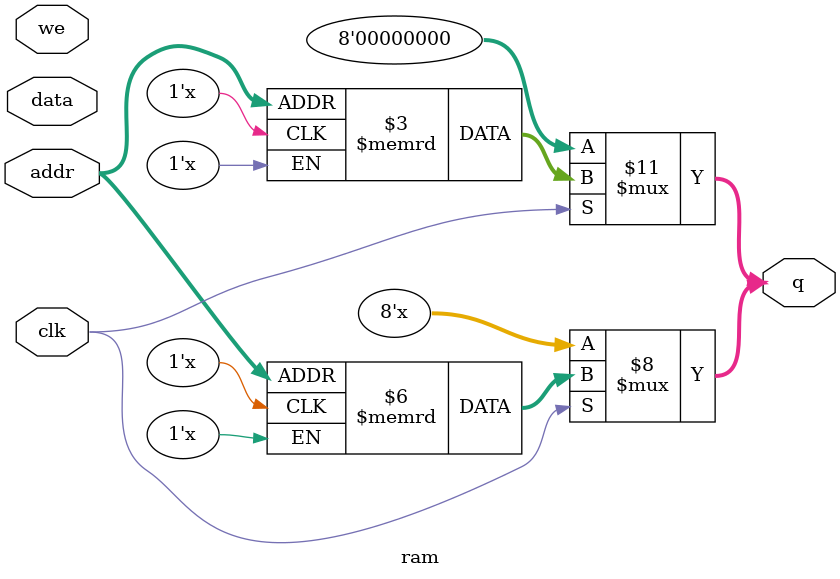
<source format=v>
module ram #(
    parameter ADDR_WIDTH=6,
    parameter DATA_WIDTH=8
) (
    input [DATA_WIDTH-1:0] data,
    input [ADDR_WIDTH-1:0] addr,
    input we, clk,
    output [7:0] q
);
reg [DATA_WIDTH-1:0] ram[2**ADDR_WIDTH-1:0];
// when we is high, write data to ram at address addr
// assign the ram value at address addr to q
always @(we)
begin
    if (clk == 0)
        q = 0;
    else
        q = ram[addr];
end

// when we is low, read data from ram at address addr
// assign the ram value at address addr to q
always @(we)
begin
    if (clk == 1)
        q = ram[addr];
end

endmodule

</source>
